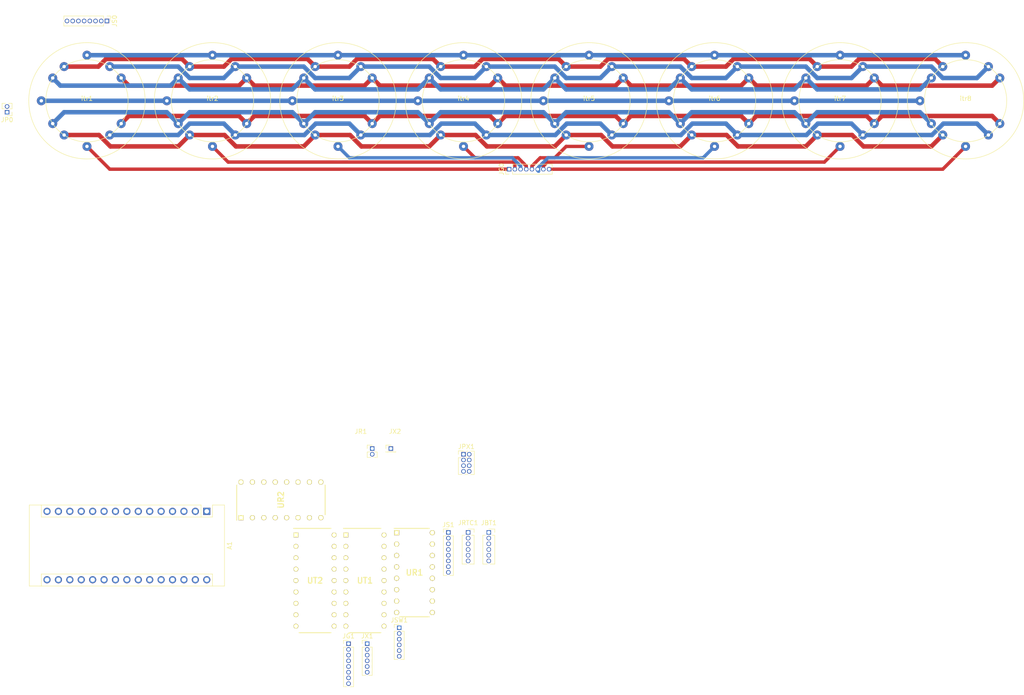
<source format=kicad_pcb>
(kicad_pcb (version 20211014) (generator pcbnew)
  (layers (0 "F.Cu" signal) (31 "B.Cu" signal) (34 "B.Paste" user) (35 "F.Paste" user) (36 "B.SilkS" user "B.Silkscreen") (37 "F.SilkS" user "F.Silkscreen") (38 "B.Mask" user) (39 "F.Mask" user) (44 "Edge.Cuts" user))
  (net 0 "")
  (net 4 "GND1")
  (net 5 "Net-(A1-Pad5)")
  (net 6 "Net-(A1-Pad6)")
  (net 7 "Net-(A1-Pad7)")
  (net 8 "Net-(A1-Pad8)")
  (net 9 "Net-(A1-Pad9)")
  (net 10 "Net-(A1-Pad10)")
  (net 11 "Net-(A1-Pad11)")
  (net 12 "Net-(A1-Pad12)")
  (net 13 "Net-(A1-Pad13)")
  (net 14 "Net-(A1-Pad14)")
  (net 15 "Net-(A1-Pad15)")
  (net 18 "Net-(A1-Pad19)")
  (net 19 "Net-(A1-Pad20)")
  (net 20 "+5V")
  (net 21 "Net-(A1-Pad28)")
  (net 23 "Net-(JS0-Pad1)")
  (net 24 "Net-(JS0-Pad2)")
  (net 25 "Net-(JS0-Pad3)")
  (net 26 "Net-(JS0-Pad4)")
  (net 27 "Net-(JS0-Pad5)")
  (net 28 "Net-(JS0-Pad6)")
  (net 29 "Net-(JP0-Pad2)")
  (net 30 "GND")
  (net 31 "Net-(JG0-Pad1)")
  (net 32 "Net-(JS0-Pad7)")
  (net 33 "Net-(itr5-Pad11)")
  (net 34 "Net-(JG0-Pad2)")
  (net 35 "Net-(JG0-Pad3)")
  (net 36 "Net-(JG0-Pad4)")
  (net 37 "Net-(JG0-Pad5)")
  (net 38 "Net-(JG0-Pad6)")
  (net 39 "Net-(JG0-Pad7)")
  (net 40 "Net-(JG0-Pad8)")
  (net 43 "Net-(JG1-Pad1)")
  (net 44 "Net-(JG1-Pad2)")
  (net 45 "Net-(JG1-Pad3)")
  (net 46 "Net-(JG1-Pad4)")
  (net 47 "Net-(JG1-Pad5)")
  (net 48 "Net-(JG1-Pad6)")
  (net 49 "Net-(JG1-Pad7)")
  (net 50 "Net-(JG1-Pad8)")
  (net 53 "Net-(JS1-Pad1)")
  (net 54 "Net-(JS1-Pad2)")
  (net 55 "Net-(JS1-Pad3)")
  (net 56 "Net-(JS1-Pad4)")
  (net 57 "Net-(JS1-Pad5)")
  (net 58 "Net-(JS1-Pad6)")
  (net 59 "Net-(JS1-Pad7)")
  (net 60 "Net-(JS1-Pad8)")
  (net 61 "Net-(UR1-Pad15)")
  (net 63 "Net-(UR1-Pad7)")
  (net 64 "Net-(UR1-Pad6)")
  (net 65 "Net-(UR1-Pad5)")
  (net 66 "Net-(UR1-Pad4)")
  (net 67 "Net-(UR1-Pad3)")
  (net 68 "Net-(UR1-Pad2)")
  (net 69 "Net-(UR1-Pad1)")
  (net 70 "Net-(UR2-Pad15)")
  (net 72 "Net-(UR2-Pad7)")
  (net 73 "Net-(UR2-Pad6)")
  (net 74 "Net-(UR2-Pad5)")
  (net 75 "Net-(UR2-Pad4)")
  (net 76 "Net-(UR2-Pad3)")
  (net 77 "Net-(UR2-Pad2)")
  (net 78 "Net-(UR2-Pad1)")
  (net 79 "Net-(A1-Pad16)")
  (net 80 "Net-(A1-Pad21)")
  (net 81 "Net-(A1-Pad22)")
  (net 82 "Net-(A1-Pad23)")
  (net 83 "Net-(A1-Pad24)")
  (net 84 "Net-(A1-Pad25)")
  (net 85 "Net-(A1-Pad26)")
  (net 86 "Net-(JP3-Pad1)")
  (footprint "ULN2803A:DIP850W46P254L2324H393Q18N" (layer "F.Cu") (at 96.49 157.67)
    (fp_text reference "UT2")
    (fp_text value "ULN2803A" hide)
  )
  (footprint "Itron:itron_IV_6" (layer "F.Cu") (at 213.36 50.8)
    (fp_text reference "itr7")
    (fp_text value "itron_IV_6")
  )
  (footprint "Connector_PinHeader_1.27mm:PinHeader_1x01_P1.27mm_Vertical" (layer "F.Cu") (at 113.37 128.27)
    (fp_text reference "JX2")
    (fp_text value "Conn_01x01")
  )
  (footprint "Connector_PinHeader_1.27mm:PinHeader_1x06_P1.27mm_Vertical" (layer "F.Cu") (at 115.23 168.19)
    (fp_text reference "JSW1")
    (fp_text value "Conn_01x06")
  )
  (footprint "Connector_PinHeader_1.27mm:PinHeader_1x08_P1.27mm_Vertical" (layer "F.Cu") (at 126.17 146.95)
    (fp_text reference "JS1")
    (fp_text value "Conn_01x08")
  )
  (footprint "SN74HC595N:DIP794W53P254L1930H508Q16N" (layer "F.Cu") (at 88.9 139.7 90)
    (fp_text reference "UR2")
    (fp_text value "74HC595" hide)
  )
  (footprint "Itron:itron_IV_6" (layer "F.Cu") (at 73.66 50.8)
    (fp_text reference "itr2")
    (fp_text value "itron_IV_6")
  )
  (footprint "Itron:itron_IV_6" (layer "F.Cu") (at 241.3 50.8)
    (fp_text reference "itr8")
    (fp_text value "itron_IV_6")
  )
  (footprint "Itron:itron_IV_6" (layer "F.Cu") (at 45.72 50.8)
    (fp_text reference "itr1")
    (fp_text value "itron_IV_6")
  )
  (footprint "Connector_PinHeader_1.27mm:PinHeader_1x06_P1.27mm_Vertical" (layer "F.Cu") (at 108.1 171.74)
    (fp_text reference "JX1")
    (fp_text value "Conn_01x06")
  )
  (footprint "Connector_PinHeader_1.27mm:PinHeader_1x08_P1.27mm_Vertical" (layer "F.Cu") (at 103.95 171.74)
    (fp_text reference "JG1")
    (fp_text value "Conn_01x08")
  )
  (footprint "Itron:itron_IV_6" (layer "F.Cu") (at 101.6 50.8)
    (fp_text reference "itr3")
    (fp_text value "itron_IV_6")
  )
  (footprint "Connector_PinSocket_1.27mm:PinSocket_1x06_P1.27mm_Vertical" (layer "F.Cu") (at 130.57 146.95)
    (fp_text reference "JRTC1")
    (fp_text value "Conn_01x06")
  )
  (footprint "Module:Arduino_Nano" (layer "F.Cu") (at 72.39 142.25 -90)
    (fp_text reference "A1")
    (fp_text value "Arduino_Nano_v3.x")
  )
  (footprint "SN74HC595N:DIP794W53P254L1930H508Q16N" (layer "F.Cu") (at 118.625 155.895)
    (fp_text reference "UR1")
    (fp_text value "74HC595" hide)
  )
  (footprint "Itron:itron_IV_6" (layer "F.Cu") (at 157.48 50.8)
    (fp_text reference "itr5")
    (fp_text value "itron_IV_6")
  )
  (footprint "Itron:itron_IV_6" (layer "F.Cu") (at 129.54 50.8)
    (fp_text reference "itr4")
    (fp_text value "itron_IV_6")
  )
  (footprint "Connector_PinSocket_1.27mm:PinSocket_1x06_P1.27mm_Vertical" (layer "F.Cu") (at 135.17 146.95)
    (fp_text reference "JBT1")
    (fp_text value "Conn_01x06")
  )
  (footprint "Connector_PinHeader_1.27mm:PinHeader_1x08_P1.27mm_Vertical" (layer "F.Cu") (at 139.7 66.04 90)
    (fp_text reference "JG0")
    (fp_text value "Conn_01x08")
  )
  (footprint "Connector_PinHeader_1.27mm:PinHeader_1x02_P1.27mm_Vertical" (layer "F.Cu") (at 27.94 53.34 180)
    (fp_text reference "JP0")
    (fp_text value "1V")
  )
  (footprint "ULN2803A:DIP850W46P254L2324H393Q18N" (layer "F.Cu") (at 107.6 157.67)
    (fp_text reference "UT1")
    (fp_text value "ULN2803A" hide)
  )
  (footprint "Itron:itron_IV_6" (layer "F.Cu") (at 185.42 50.8)
    (fp_text reference "itr6")
    (fp_text value "itron_IV_6")
  )
  (footprint "Connector_PinHeader_1.27mm:PinHeader_2x04_P1.27mm_Vertical" (layer "F.Cu") (at 129.54 129.54)
    (fp_text reference "JPX1")
    (fp_text value "Conn_02x04_Odd_Even")
  )
  (footprint "Connector_PinHeader_1.27mm:PinHeader_1x08_P1.27mm_Vertical" (layer "F.Cu") (at 50.17 33.02 -90)
    (fp_text reference "JS0")
    (fp_text value "Conn_01x08")
  )
  (footprint "Connector_PinHeader_1.27mm:PinHeader_1x02_P1.27mm_Vertical" (layer "F.Cu") (at 109.22 128.27)
    (fp_text reference "JR1")
    (fp_text value "Conn_01x02")
  )
  (segment (start 109.22 45.72) (end 110.919511 47.419511) (width 1) (layer "F.Cu") (net 23))
  (segment (start 194.739511 47.419511) (end 219.280489 47.419511) (width 1) (layer "F.Cu") (net 23))
  (segment (start 55.039511 47.419511) (end 79.580489 47.419511) (width 1) (layer "F.Cu") (net 23))
  (segment (start 79.580489 47.419511) (end 81.28 45.72) (width 1) (layer "F.Cu") (net 23))
  (segment (start 165.1 45.72) (end 166.799511 47.419511) (width 1) (layer "F.Cu") (net 23))
  (segment (start 191.340489 47.419511) (end 193.04 45.72) (width 1) (layer "F.Cu") (net 23))
  (segment (start 110.919511 47.419511) (end 135.460489 47.419511) (width 1) (layer "F.Cu") (net 23))
  (segment (start 219.280489 47.419511) (end 220.98 45.72) (width 1) (layer "F.Cu") (net 23))
  (segment (start 193.04 45.72) (end 194.739511 47.419511) (width 1) (layer "F.Cu") (net 23))
  (segment (start 220.98 45.72) (end 222.679511 47.419511) (width 1) (layer "F.Cu") (net 23))
  (segment (start 138.859511 47.419511) (end 163.400489 47.419511) (width 1) (layer "F.Cu") (net 23))
  (segment (start 135.460489 47.419511) (end 137.16 45.72) (width 1) (layer "F.Cu") (net 23))
  (segment (start 222.679511 47.419511) (end 247.220489 47.419511) (width 1) (layer "F.Cu") (net 23))
  (segment (start 247.220489 47.419511) (end 248.92 45.72) (width 1) (layer "F.Cu") (net 23))
  (segment (start 107.520489 47.419511) (end 109.22 45.72) (width 1) (layer "F.Cu") (net 23))
  (segment (start 82.979511 47.419511) (end 107.520489 47.419511) (width 1) (layer "F.Cu") (net 23))
  (segment (start 53.34 45.72) (end 55.039511 47.419511) (width 1) (layer "F.Cu") (net 23))
  (segment (start 137.16 45.72) (end 138.859511 47.419511) (width 1) (layer "F.Cu") (net 23))
  (segment (start 81.28 45.72) (end 82.979511 47.419511) (width 1) (layer "F.Cu") (net 23))
  (segment (start 163.400489 47.419511) (end 165.1 45.72) (width 1) (layer "F.Cu") (net 23))
  (segment (start 166.799511 47.419511) (end 191.340489 47.419511) (width 1) (layer "F.Cu") (net 23))
  (segment (start 177.8 43.18) (end 180.34 45.72) (width 1) (layer "B.Cu") (net 24))
  (segment (start 132.08 45.72) (end 134.62 43.18) (width 1) (layer "B.Cu") (net 24))
  (segment (start 93.98 43.18) (end 96.52 45.72) (width 1) (layer "B.Cu") (net 24))
  (segment (start 106.68 43.18) (end 121.92 43.18) (width 1) (layer "B.Cu") (net 24))
  (segment (start 162.56 43.18) (end 177.8 43.18) (width 1) (layer "B.Cu") (net 24))
  (segment (start 96.52 45.72) (end 104.14 45.72) (width 1) (layer "B.Cu") (net 24))
  (segment (start 236.22 45.72) (end 243.84 45.72) (width 1) (layer "B.Cu") (net 24))
  (segment (start 243.84 45.72) (end 246.38 43.18) (width 1) (layer "B.Cu") (net 24))
  (segment (start 160.02 45.72) (end 162.56 43.18) (width 1) (layer "B.Cu") (net 24))
  (segment (start 215.9 45.72) (end 218.44 43.18) (width 1) (layer "B.Cu") (net 24))
  (segment (start 149.86 43.18) (end 152.4 45.72) (width 1) (layer "B.Cu") (net 24))
  (segment (start 208.28 45.72) (end 215.9 45.72) (width 1) (layer "B.Cu") (net 24))
  (segment (start 180.34 45.72) (end 187.96 45.72) (width 1) (layer "B.Cu") (net 24))
  (segment (start 121.92 43.18) (end 124.46 45.72) (width 1) (layer "B.Cu") (net 24))
  (segment (start 50.8 43.18) (end 66.04 43.18) (width 1) (layer "B.Cu") (net 24))
  (segment (start 66.04 43.18) (end 68.58 45.72) (width 1) (layer "B.Cu") (net 24))
  (segment (start 78.74 43.18) (end 93.98 43.18) (width 1) (layer "B.Cu") (net 24))
  (segment (start 68.58 45.72) (end 76.2 45.72) (width 1) (layer "B.Cu") (net 24))
  (segment (start 233.68 43.18) (end 236.22 45.72) (width 1) (layer "B.Cu") (net 24))
  (segment (start 187.96 45.72) (end 190.5 43.18) (width 1) (layer "B.Cu") (net 24))
  (segment (start 124.46 45.72) (end 132.08 45.72) (width 1) (layer "B.Cu") (net 24))
  (segment (start 205.74 43.18) (end 208.28 45.72) (width 1) (layer "B.Cu") (net 24))
  (segment (start 104.14 45.72) (end 106.68 43.18) (width 1) (layer "B.Cu") (net 24))
  (segment (start 218.44 43.18) (end 233.68 43.18) (width 1) (layer "B.Cu") (net 24))
  (segment (start 134.62 43.18) (end 149.86 43.18) (width 1) (layer "B.Cu") (net 24))
  (segment (start 152.4 45.72) (end 160.02 45.72) (width 1) (layer "B.Cu") (net 24))
  (segment (start 190.5 43.18) (end 205.74 43.18) (width 1) (layer "B.Cu") (net 24))
  (segment (start 76.2 45.72) (end 78.74 43.18) (width 1) (layer "B.Cu") (net 24))
  (segment (start 241.3 40.64) (end 73.66 40.64) (width 1) (layer "B.Cu") (net 25))
  (segment (start 73.66 40.64) (end 45.72 40.64) (width 1) (layer "B.Cu") (net 25))
  (segment (start 77.899511 41.480489) (end 76.2 43.18) (width 1) (layer "F.Cu") (net 26))
  (segment (start 124.46 43.18) (end 122.760489 41.480489) (width 1) (layer "F.Cu") (net 26))
  (segment (start 178.640489 41.480489) (end 161.719511 41.480489) (width 1) (layer "F.Cu") (net 26))
  (segment (start 105.839511 41.480489) (end 104.14 43.18) (width 1) (layer "F.Cu") (net 26))
  (segment (start 76.2 43.18) (end 68.58 43.18) (width 1) (layer "F.Cu") (net 26))
  (segment (start 215.9 43.18) (end 208.28 43.18) (width 1) (layer "F.Cu") (net 26))
  (segment (start 206.580489 41.480489) (end 189.659511 41.480489) (width 1) (layer "F.Cu") (net 26))
  (segment (start 68.58 43.18) (end 66.880489 41.480489) (width 1) (layer "F.Cu") (net 26))
  (segment (start 189.659511 41.480489) (end 187.96 43.18) (width 1) (layer "F.Cu") (net 26))
  (segment (start 217.599511 41.480489) (end 215.9 43.18) (width 1) (layer "F.Cu") (net 26))
  (segment (start 236.22 43.18) (end 234.520489 41.480489) (width 1) (layer "F.Cu") (net 26))
  (segment (start 161.719511 41.480489) (end 160.02 43.18) (width 1) (layer "F.Cu") (net 26))
  (segment (start 133.779511 41.480489) (end 132.08 43.18) (width 1) (layer "F.Cu") (net 26))
  (segment (start 132.08 43.18) (end 124.46 43.18) (width 1) (layer "F.Cu") (net 26))
  (segment (start 94.820489 41.480489) (end 77.899511 41.480489) (width 1) (layer "F.Cu") (net 26))
  (segment (start 180.34 43.18) (end 178.640489 41.480489) (width 1) (layer "F.Cu") (net 26))
  (segment (start 66.880489 41.480489) (end 49.959511 41.480489) (width 1) (layer "F.Cu") (net 26))
  (segment (start 96.52 43.18) (end 94.820489 41.480489) (width 1) (layer "F.Cu") (net 26))
  (segment (start 104.14 43.18) (end 96.52 43.18) (width 1) (layer "F.Cu") (net 26))
  (segment (start 150.700489 41.480489) (end 133.779511 41.480489) (width 1) (layer "F.Cu") (net 26))
  (segment (start 187.96 43.18) (end 180.34 43.18) (width 1) (layer "F.Cu") (net 26))
  (segment (start 49.959511 41.480489) (end 48.26 43.18) (width 1) (layer "F.Cu") (net 26))
  (segment (start 208.28 43.18) (end 206.580489 41.480489) (width 1) (layer "F.Cu") (net 26))
  (segment (start 48.26 43.18) (end 40.64 43.18) (width 1) (layer "F.Cu") (net 26))
  (segment (start 160.02 43.18) (end 152.4 43.18) (width 1) (layer "F.Cu") (net 26))
  (segment (start 234.520489 41.480489) (end 217.599511 41.480489) (width 1) (layer "F.Cu") (net 26))
  (segment (start 152.4 43.18) (end 150.700489 41.480489) (width 1) (layer "F.Cu") (net 26))
  (segment (start 122.760489 41.480489) (end 105.839511 41.480489) (width 1) (layer "F.Cu") (net 26))
  (segment (start 208.28 48.26) (end 231.14 48.26) (width 1) (layer "B.Cu") (net 27))
  (segment (start 121.92 45.72) (end 124.46 48.26) (width 1) (layer "B.Cu") (net 27))
  (segment (start 96.52 48.26) (end 119.38 48.26) (width 1) (layer "B.Cu") (net 27))
  (segment (start 180.34 48.26) (end 203.2 48.26) (width 1) (layer "B.Cu") (net 27))
  (segment (start 124.46 48.26) (end 147.32 48.26) (width 1) (layer "B.Cu") (net 27))
  (segment (start 38.1 45.72) (end 39.799511 47.419511) (width 1) (layer "B.Cu") (net 27))
  (segment (start 66.04 45.72) (end 68.58 48.26) (width 1) (layer "B.Cu") (net 27))
  (segment (start 203.2 48.26) (end 205.74 45.72) (width 1) (layer "B.Cu") (net 27))
  (segment (start 152.4 48.26) (end 175.26 48.26) (width 1) (layer "B.Cu") (net 27))
  (segment (start 231.14 48.26) (end 233.68 45.72) (width 1) (layer "B.Cu") (net 27))
  (segment (start 177.8 45.72) (end 180.34 48.26) (width 1) (layer "B.Cu") (net 27))
  (segment (start 205.74 45.72) (end 208.28 48.26) (width 1) (layer "B.Cu") (net 27))
  (segment (start 64.340489 47.419511) (end 66.04 45.72) (width 1) (layer "B.Cu") (net 27))
  (segment (start 119.38 48.26) (end 121.92 45.72) (width 1) (layer "B.Cu") (net 27))
  (segment (start 91.44 48.26) (end 93.98 45.72) (width 1) (layer "B.Cu") (net 27))
  (segment (start 147.32 48.26) (end 149.86 45.72) (width 1) (layer "B.Cu") (net 27))
  (segment (start 175.26 48.26) (end 177.8 45.72) (width 1) (layer "B.Cu") (net 27))
  (segment (start 149.86 45.72) (end 152.4 48.26) (width 1) (layer "B.Cu") (net 27))
  (segment (start 39.799511 47.419511) (end 64.340489 47.419511) (width 1) (layer "B.Cu") (net 27))
  (segment (start 68.58 48.26) (end 91.44 48.26) (width 1) (layer "B.Cu") (net 27))
  (segment (start 93.98 45.72) (end 96.52 48.26) (width 1) (layer "B.Cu") (net 27))
  (segment (start 35.56 50.8) (end 231.14 50.8) (width 1) (layer "B.Cu") (net 28))
  (segment (start 152.4 53.34) (end 175.26 53.34) (width 1) (layer "B.Cu") (net 29))
  (segment (start 124.46 53.34) (end 147.32 53.34) (width 1) (layer "B.Cu") (net 29))
  (segment (start 203.2 53.34) (end 205.74 55.88) (width 1) (layer "B.Cu") (net 29))
  (segment (start 68.58 53.34) (end 91.44 53.34) (width 1) (layer "B.Cu") (net 29))
  (segment (start 66.04 55.88) (end 68.58 53.34) (width 1) (layer "B.Cu") (net 29))
  (segment (start 96.52 53.34) (end 119.38 53.34) (width 1) (layer "B.Cu") (net 29))
  (segment (start 40.64 53.34) (end 63.5 53.34) (width 1) (layer "B.Cu") (net 29))
  (segment (start 93.98 55.88) (end 96.52 53.34) (width 1) (layer "B.Cu") (net 29))
  (segment (start 119.38 53.34) (end 121.92 55.88) (width 1) (layer "B.Cu") (net 29))
  (segment (start 205.74 55.88) (end 208.28 53.34) (width 1) (layer "B.Cu") (net 29))
  (segment (start 231.14 53.34) (end 233.68 55.88) (width 1) (layer "B.Cu") (net 29))
  (segment (start 180.34 53.34) (end 203.2 53.34) (width 1) (layer "B.Cu") (net 29))
  (segment (start 147.32 53.34) (end 149.86 55.88) (width 1) (layer "B.Cu") (net 29))
  (segment (start 175.26 53.34) (end 177.8 55.88) (width 1) (layer "B.Cu") (net 29))
  (segment (start 208.28 53.34) (end 231.14 53.34) (width 1) (layer "B.Cu") (net 29))
  (segment (start 63.5 53.34) (end 66.04 55.88) (width 1) (layer "B.Cu") (net 29))
  (segment (start 149.86 55.88) (end 152.4 53.34) (width 1) (layer "B.Cu") (net 29))
  (segment (start 177.8 55.88) (end 180.34 53.34) (width 1) (layer "B.Cu") (net 29))
  (segment (start 91.44 53.34) (end 93.98 55.88) (width 1) (layer "B.Cu") (net 29))
  (segment (start 121.92 55.88) (end 124.46 53.34) (width 1) (layer "B.Cu") (net 29))
  (segment (start 38.1 55.88) (end 40.64 53.34) (width 1) (layer "B.Cu") (net 29))
  (segment (start 180.34 58.42) (end 188.096527 58.42) (width 1) (layer "F.Cu") (net 30))
  (segment (start 233.68 60.96) (end 236.22 58.42) (width 1) (layer "F.Cu") (net 30))
  (segment (start 208.28 58.42) (end 216.036527 58.42) (width 1) (layer "F.Cu") (net 30))
  (segment (start 78.876527 60.96) (end 93.98 60.96) (width 1) (layer "F.Cu") (net 30))
  (segment (start 218.576527 60.96) (end 233.68 60.96) (width 1) (layer "F.Cu") (net 30))
  (segment (start 106.816527 60.96) (end 121.92 60.96) (width 1) (layer "F.Cu") (net 30))
  (segment (start 66.04 60.96) (end 68.58 58.42) (width 1) (layer "F.Cu") (net 30))
  (segment (start 162.696527 60.96) (end 177.8 60.96) (width 1) (layer "F.Cu") (net 30))
  (segment (start 152.4 58.42) (end 160.156527 58.42) (width 1) (layer "F.Cu") (net 30))
  (segment (start 190.636527 60.96) (end 205.74 60.96) (width 1) (layer "F.Cu") (net 30))
  (segment (start 50.936527 60.96) (end 66.04 60.96) (width 1) (layer "F.Cu") (net 30))
  (segment (start 121.92 60.96) (end 124.46 58.42) (width 1) (layer "F.Cu") (net 30))
  (segment (start 177.8 60.96) (end 180.34 58.42) (width 1) (layer "F.Cu") (net 30))
  (segment (start 96.52 58.42) (end 104.276527 58.42) (width 1) (layer "F.Cu") (net 30))
  (segment (start 93.98 60.96) (end 96.52 58.42) (width 1) (layer "F.Cu") (net 30))
  (segment (start 149.86 60.96) (end 152.4 58.42) (width 1) (layer "F.Cu") (net 30))
  (segment (start 134.756527 60.96) (end 149.86 60.96) (width 1) (layer "F.Cu") (net 30))
  (segment (start 48.396527 58.42) (end 50.936527 60.96) (width 1) (layer "F.Cu") (net 30))
  (segment (start 160.156527 58.42) (end 162.696527 60.96) (width 1) (layer "F.Cu") (net 30))
  (segment (start 132.216527 58.42) (end 134.756527 60.96) (width 1) (layer "F.Cu") (net 30))
  (segment (start 40.64 58.42) (end 48.396527 58.42) (width 1) (layer "F.Cu") (net 30))
  (segment (start 68.58 58.42) (end 76.336527 58.42) (width 1) (layer "F.Cu") (net 30))
  (segment (start 124.46 58.42) (end 132.216527 58.42) (width 1) (layer "F.Cu") (net 30))
  (segment (start 205.74 60.96) (end 208.28 58.42) (width 1) (layer "F.Cu") (net 30))
  (segment (start 216.036527 58.42) (end 218.576527 60.96) (width 1) (layer "F.Cu") (net 30))
  (segment (start 188.096527 58.42) (end 190.636527 60.96) (width 1) (layer "F.Cu") (net 30))
  (segment (start 76.336527 58.42) (end 78.876527 60.96) (width 1) (layer "F.Cu") (net 30))
  (segment (start 104.276527 58.42) (end 106.816527 60.96) (width 1) (layer "F.Cu") (net 30))
  (segment (start 139.7 66.04) (end 50.8 66.04) (width 0.75) (layer "F.Cu") (net 31))
  (segment (start 50.8 66.04) (end 45.72 60.96) (width 0.75) (layer "F.Cu") (net 31))
  (segment (start 190.5 58.42) (end 205.876527 58.42) (width 1) (layer "B.Cu") (net 32))
  (segment (start 205.876527 58.42) (end 208.416527 55.88) (width 1) (layer "B.Cu") (net 32))
  (segment (start 78.74 58.42) (end 94.116527 58.42) (width 1) (layer "B.Cu") (net 32))
  (segment (start 233.816527 58.42) (end 236.356527 55.88) (width 1) (layer "B.Cu") (net 32))
  (segment (start 215.9 55.88) (end 218.44 58.42) (width 1) (layer "B.Cu") (net 32))
  (segment (start 96.656527 55.88) (end 104.14 55.88) (width 1) (layer "B.Cu") (net 32))
  (segment (start 177.936527 58.42) (end 180.476527 55.88) (width 1) (layer "B.Cu") (net 32))
  (segment (start 236.356527 55.88) (end 243.84 55.88) (width 1) (layer "B.Cu") (net 32))
  (segment (start 160.02 55.88) (end 162.56 58.42) (width 1) (layer "B.Cu") (net 32))
  (segment (start 106.68 58.42) (end 122.056527 58.42) (width 1) (layer "B.Cu") (net 32))
  (segment (start 187.96 55.88) (end 190.5 58.42) (width 1) (layer "B.Cu") (net 32))
  (segment (start 218.44 58.42) (end 233.816527 58.42) (width 1) (layer "B.Cu") (net 32))
  (segment (start 243.84 55.88) (end 246.38 58.42) (width 1) (layer "B.Cu") (net 32))
  (segment (start 180.476527 55.88) (end 187.96 55.88) (width 1) (layer "B.Cu") (net 32))
  (segment (start 104.14 55.88) (end 106.68 58.42) (width 1) (layer "B.Cu") (net 32))
  (segment (start 208.416527 55.88) (end 215.9 55.88) (width 1) (layer "B.Cu") (net 32))
  (segment (start 76.2 55.88) (end 78.74 58.42) (width 1) (layer "B.Cu") (net 32))
  (segment (start 132.08 55.88) (end 134.62 58.42) (width 1) (layer "B.Cu") (net 32))
  (segment (start 134.62 58.42) (end 149.996527 58.42) (width 1) (layer "B.Cu") (net 32))
  (segment (start 149.996527 58.42) (end 152.536527 55.88) (width 1) (layer "B.Cu") (net 32))
  (segment (start 68.58 55.88) (end 76.2 55.88) (width 1) (layer "B.Cu") (net 32))
  (segment (start 152.536527 55.88) (end 160.02 55.88) (width 1) (layer "B.Cu") (net 32))
  (segment (start 94.116527 58.42) (end 96.656527 55.88) (width 1) (layer "B.Cu") (net 32))
  (segment (start 50.8 58.42) (end 66.04 58.42) (width 1) (layer "B.Cu") (net 32))
  (segment (start 122.056527 58.42) (end 124.596527 55.88) (width 1) (layer "B.Cu") (net 32))
  (segment (start 124.596527 55.88) (end 132.08 55.88) (width 1) (layer "B.Cu") (net 32))
  (segment (start 162.56 58.42) (end 177.936527 58.42) (width 1) (layer "B.Cu") (net 32))
  (segment (start 66.04 58.42) (end 68.58 55.88) (width 1) (layer "B.Cu") (net 32))
  (segment (start 220.98 55.88) (end 219.280489 54.180489) (width 1) (layer "F.Cu") (net 33))
  (segment (start 219.280489 54.180489) (end 194.739511 54.180489) (width 1) (layer "F.Cu") (net 33))
  (segment (start 55.039511 54.180489) (end 53.34 55.88) (width 1) (layer "F.Cu") (net 33))
  (segment (start 107.520489 54.180489) (end 82.979511 54.180489) (width 1) (layer "F.Cu") (net 33))
  (segment (start 248.92 55.88) (end 247.220489 54.180489) (width 1) (layer "F.Cu") (net 33))
  (segment (start 135.460489 54.180489) (end 110.919511 54.180489) (width 1) (layer "F.Cu") (net 33))
  (segment (start 79.580489 54.180489) (end 55.039511 54.180489) (width 1) (layer "F.Cu") (net 33))
  (segment (start 81.28 55.88) (end 79.580489 54.180489) (width 1) (layer "F.Cu") (net 33))
  (segment (start 166.799511 54.180489) (end 165.1 55.88) (width 1) (layer "F.Cu") (net 33))
  (segment (start 109.22 55.88) (end 107.520489 54.180489) (width 1) (layer "F.Cu") (net 33))
  (segment (start 165.1 55.88) (end 163.400489 54.180489) (width 1) (layer "F.Cu") (net 33))
  (segment (start 194.739511 54.180489) (end 193.04 55.88) (width 1) (layer "F.Cu") (net 33))
  (segment (start 222.679511 54.180489) (end 220.98 55.88) (width 1) (layer "F.Cu") (net 33))
  (segment (start 163.400489 54.180489) (end 138.859511 54.180489) (width 1) (layer "F.Cu") (net 33))
  (segment (start 191.340489 54.180489) (end 166.799511 54.180489) (width 1) (layer "F.Cu") (net 33))
  (segment (start 138.859511 54.180489) (end 137.16 55.88) (width 1) (layer "F.Cu") (net 33))
  (segment (start 247.220489 54.180489) (end 222.679511 54.180489) (width 1) (layer "F.Cu") (net 33))
  (segment (start 110.919511 54.180489) (end 109.22 55.88) (width 1) (layer "F.Cu") (net 33))
  (segment (start 82.979511 54.180489) (end 81.28 55.88) (width 1) (layer "F.Cu") (net 33))
  (segment (start 137.16 55.88) (end 135.460489 54.180489) (width 1) (layer "F.Cu") (net 33))
  (segment (start 193.04 55.88) (end 191.340489 54.180489) (width 1) (layer "F.Cu") (net 33))
  (segment (start 77.14952 64.44952) (end 73.66 60.96) (width 0.75) (layer "F.Cu") (net 34))
  (segment (start 140.64952 64.44952) (end 77.14952 64.44952) (width 0.75) (layer "F.Cu") (net 34))
  (segment (start 140.97 64.77) (end 140.64952 64.44952) (width 0.75) (layer "F.Cu") (net 34))
  (segment (start 140.97 66.04) (end 140.97 64.77) (width 0.75) (layer "F.Cu") (net 34))
  (segment (start 140.407106 63.5) (end 104.14 63.5) (width 0.75) (layer "B.Cu") (net 35))
  (segment (start 142.24 66.04) (end 142.24 65.332894) (width 0.75) (layer "B.Cu") (net 35))
  (segment (start 104.14 63.5) (end 101.6 60.96) (width 0.75) (layer "B.Cu") (net 35))
  (segment (start 142.24 65.332894) (end 140.407106 63.5) (width 0.75) (layer "B.Cu") (net 35))
  (segment (start 141.677106 63.5) (end 132.08 63.5) (width 0.75) (layer "F.Cu") (net 36))
  (segment (start 132.08 63.5) (end 129.54 60.96) (width 0.75) (layer "F.Cu") (net 36))
  (segment (start 143.51 66.04) (end 143.51 65.332894) (width 0.75) (layer "F.Cu") (net 36))
  (segment (start 143.51 65.332894) (end 141.677106 63.5) (width 0.75) (layer "F.Cu") (net 36))
  (segment (start 149.86 63.5) (end 152.4 60.96) (width 0.75) (layer "F.Cu") (net 37))
  (segment (start 144.78 65.332894) (end 146.612894 63.5) (width 0.75) (layer "F.Cu") (net 37))
  (segment (start 146.612894 63.5) (end 149.86 63.5) (width 0.75) (layer "F.Cu") (net 37))
  (segment (start 144.78 66.04) (end 144.78 65.332894) (width 0.75) (layer "F.Cu") (net 37))
  (segment (start 152.4 60.96) (end 157.48 60.96) (width 0.75) (layer "F.Cu") (net 37))
  (segment (start 146.245489 65.594922) (end 148.340411 63.5) (width 0.75) (layer "B.Cu") (net 38))
  (segment (start 146.245489 66.485078) (end 146.245489 65.594922) (width 0.75) (layer "B.Cu") (net 38))
  (segment (start 182.88 63.5) (end 185.42 60.96) (width 0.75) (layer "B.Cu") (net 38))
  (segment (start 146.05 66.289589) (end 146.245489 66.485078) (width 0.75) (layer "B.Cu") (net 38))
  (segment (start 148.340411 63.5) (end 182.88 63.5) (width 0.75) (layer "B.Cu") (net 38))
  (segment (start 146.05 66.04) (end 146.05 66.289589) (width 0.75) (layer "B.Cu") (net 38))
  (segment (start 147.32 66.04) (end 147.32 65.332894) (width 0.75) (layer "F.Cu") (net 39))
  (segment (start 148.203374 64.44952) (end 209.87048 64.44952) (width 0.75) (layer "F.Cu") (net 39))
  (segment (start 209.87048 64.44952) (end 213.36 60.96) (width 0.75) (layer "F.Cu") (net 39))
  (segment (start 147.32 65.332894) (end 148.203374 64.44952) (width 0.75) (layer "F.Cu") (net 39))
  (segment (start 148.59 66.04) (end 236.22 66.04) (width 0.75) (layer "F.Cu") (net 40))
  (segment (start 236.22 66.04) (end 241.3 60.96) (width 0.75) (layer "F.Cu") (net 40))
)
</source>
